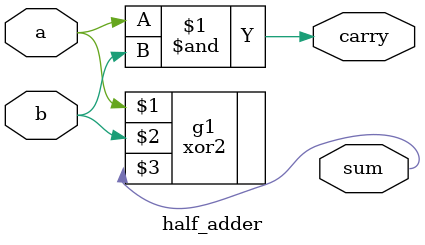
<source format=v>
module half_adder(sum,carry,a,b);
input a,b;
output sum,carry;
xor2 g1(a,b,sum);
and g2(carry,a,b);
endmodule

</source>
